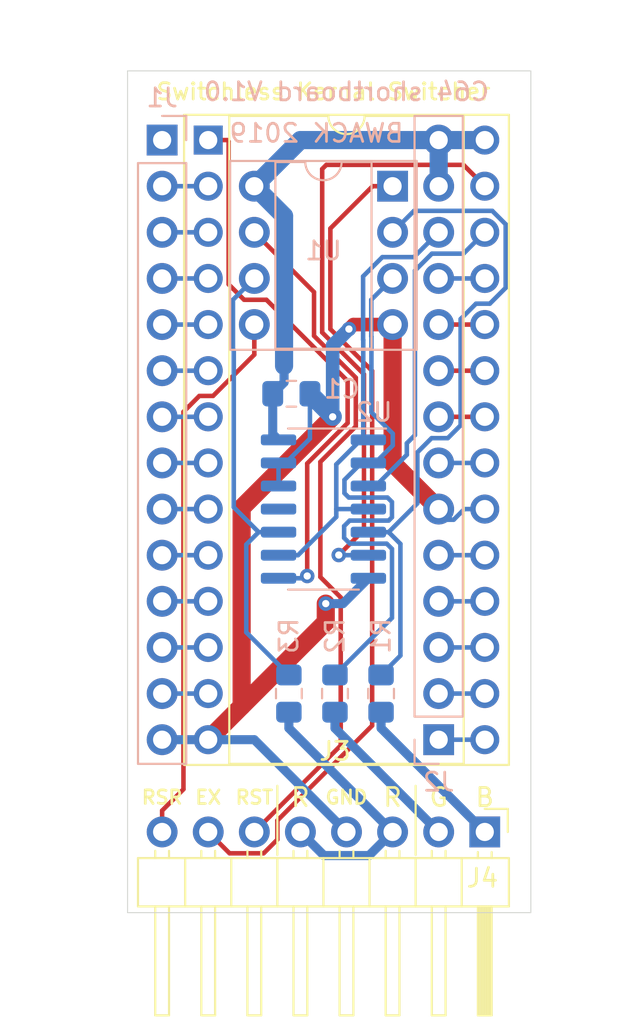
<source format=kicad_pcb>
(kicad_pcb (version 20171130) (host pcbnew "(5.1.2)-1")

  (general
    (thickness 1.6)
    (drawings 19)
    (tracks 196)
    (zones 0)
    (modules 10)
    (nets 38)
  )

  (page A4)
  (title_block
    (title "C64 Switchless Kernal Switcher - shortboard")
    (date 2019-07-18)
    (rev 1.0)
    (company Bwack)
    (comment 1 "shortboard version")
  )

  (layers
    (0 F.Cu signal)
    (31 B.Cu signal)
    (32 B.Adhes user)
    (33 F.Adhes user)
    (34 B.Paste user)
    (35 F.Paste user)
    (36 B.SilkS user)
    (37 F.SilkS user)
    (38 B.Mask user)
    (39 F.Mask user)
    (40 Dwgs.User user)
    (41 Cmts.User user)
    (42 Eco1.User user)
    (43 Eco2.User user)
    (44 Edge.Cuts user)
    (45 Margin user)
    (46 B.CrtYd user)
    (47 F.CrtYd user)
    (48 B.Fab user)
    (49 F.Fab user)
  )

  (setup
    (last_trace_width 0.25)
    (user_trace_width 0.5)
    (user_trace_width 0.75)
    (user_trace_width 1)
    (trace_clearance 0.2)
    (zone_clearance 0.508)
    (zone_45_only no)
    (trace_min 0.2)
    (via_size 0.8)
    (via_drill 0.4)
    (via_min_size 0.4)
    (via_min_drill 0.3)
    (uvia_size 0.3)
    (uvia_drill 0.1)
    (uvias_allowed no)
    (uvia_min_size 0.2)
    (uvia_min_drill 0.1)
    (edge_width 0.05)
    (segment_width 0.2)
    (pcb_text_width 0.3)
    (pcb_text_size 1.5 1.5)
    (mod_edge_width 0.12)
    (mod_text_size 1 1)
    (mod_text_width 0.15)
    (pad_size 1.6 1.6)
    (pad_drill 1)
    (pad_to_mask_clearance 0.051)
    (solder_mask_min_width 0.25)
    (aux_axis_origin 0 0)
    (visible_elements 7FFFFFFF)
    (pcbplotparams
      (layerselection 0x010fc_ffffffff)
      (usegerberextensions false)
      (usegerberattributes false)
      (usegerberadvancedattributes false)
      (creategerberjobfile false)
      (excludeedgelayer true)
      (linewidth 0.100000)
      (plotframeref false)
      (viasonmask false)
      (mode 1)
      (useauxorigin false)
      (hpglpennumber 1)
      (hpglpenspeed 20)
      (hpglpendiameter 15.000000)
      (psnegative false)
      (psa4output false)
      (plotreference true)
      (plotvalue true)
      (plotinvisibletext false)
      (padsonsilk false)
      (subtractmaskfromsilk false)
      (outputformat 1)
      (mirror false)
      (drillshape 0)
      (scaleselection 1)
      (outputdirectory "gerber"))
  )

  (net 0 "")
  (net 1 VCC)
  (net 2 GND)
  (net 3 /A13)
  (net 4 /A14)
  (net 5 /~RESTORE~)
  (net 6 /~INTRST~)
  (net 7 /~EXROM~)
  (net 8 /RED)
  (net 9 /GREEN)
  (net 10 /BLUE)
  (net 11 /D2)
  (net 12 /D1)
  (net 13 /D0)
  (net 14 /A0)
  (net 15 /A1)
  (net 16 /A2)
  (net 17 /A3)
  (net 18 /A4)
  (net 19 /A5)
  (net 20 /A6)
  (net 21 /A7)
  (net 22 /A12)
  (net 23 /D3)
  (net 24 /D4)
  (net 25 /D5)
  (net 26 /D6)
  (net 27 /D7)
  (net 28 /A10)
  (net 29 /~CS~)
  (net 30 /A11)
  (net 31 /A9)
  (net 32 /A8)
  (net 33 /~BASIC~_KERNAL)
  (net 34 /A15)
  (net 35 /MCU_A14)
  (net 36 /MCU_A13)
  (net 37 /MCU_A15)

  (net_class Default "This is the default net class."
    (clearance 0.2)
    (trace_width 0.25)
    (via_dia 0.8)
    (via_drill 0.4)
    (uvia_dia 0.3)
    (uvia_drill 0.1)
    (add_net /A0)
    (add_net /A1)
    (add_net /A10)
    (add_net /A11)
    (add_net /A12)
    (add_net /A13)
    (add_net /A14)
    (add_net /A15)
    (add_net /A2)
    (add_net /A3)
    (add_net /A4)
    (add_net /A5)
    (add_net /A6)
    (add_net /A7)
    (add_net /A8)
    (add_net /A9)
    (add_net /BLUE)
    (add_net /D0)
    (add_net /D1)
    (add_net /D2)
    (add_net /D3)
    (add_net /D4)
    (add_net /D5)
    (add_net /D6)
    (add_net /D7)
    (add_net /GREEN)
    (add_net /MCU_A13)
    (add_net /MCU_A14)
    (add_net /MCU_A15)
    (add_net /RED)
    (add_net /~BASIC~_KERNAL)
    (add_net /~CS~)
    (add_net /~EXROM~)
    (add_net /~INTRST~)
    (add_net /~RESTORE~)
    (add_net GND)
    (add_net VCC)
  )

  (module Package_DIP:DIP-8_W7.62mm_Socket (layer B.Cu) (tedit 5D305AC0) (tstamp 5D306BDE)
    (at 116.84 60.96 180)
    (descr "8-lead though-hole mounted DIP package, row spacing 7.62 mm (300 mils), Socket")
    (tags "THT DIP DIL PDIP 2.54mm 7.62mm 300mil Socket")
    (path /5D2A0255)
    (fp_text reference U1 (at 3.81 -3.556 180) (layer B.SilkS)
      (effects (font (size 1 1) (thickness 0.15)) (justify mirror))
    )
    (fp_text value ATtiny85-20PU (at 3.81 -9.95 180) (layer B.Fab)
      (effects (font (size 1 1) (thickness 0.15)) (justify mirror))
    )
    (fp_arc (start 3.81 1.33) (end 2.81 1.33) (angle 180) (layer B.SilkS) (width 0.12))
    (fp_line (start 1.635 1.27) (end 6.985 1.27) (layer B.Fab) (width 0.1))
    (fp_line (start 6.985 1.27) (end 6.985 -8.89) (layer B.Fab) (width 0.1))
    (fp_line (start 6.985 -8.89) (end 0.635 -8.89) (layer B.Fab) (width 0.1))
    (fp_line (start 0.635 -8.89) (end 0.635 0.27) (layer B.Fab) (width 0.1))
    (fp_line (start 0.635 0.27) (end 1.635 1.27) (layer B.Fab) (width 0.1))
    (fp_line (start -1.27 1.33) (end -1.27 -8.95) (layer B.Fab) (width 0.1))
    (fp_line (start -1.27 -8.95) (end 8.89 -8.95) (layer B.Fab) (width 0.1))
    (fp_line (start 8.89 -8.95) (end 8.89 1.33) (layer B.Fab) (width 0.1))
    (fp_line (start 8.89 1.33) (end -1.27 1.33) (layer B.Fab) (width 0.1))
    (fp_line (start 2.81 1.33) (end 1.16 1.33) (layer B.SilkS) (width 0.12))
    (fp_line (start 1.16 1.33) (end 1.16 -8.95) (layer B.SilkS) (width 0.12))
    (fp_line (start 1.16 -8.95) (end 6.46 -8.95) (layer B.SilkS) (width 0.12))
    (fp_line (start 6.46 -8.95) (end 6.46 1.33) (layer B.SilkS) (width 0.12))
    (fp_line (start 6.46 1.33) (end 4.81 1.33) (layer B.SilkS) (width 0.12))
    (fp_line (start -1.33 1.39) (end -1.33 -9.01) (layer B.SilkS) (width 0.12))
    (fp_line (start -1.33 -9.01) (end 8.95 -9.01) (layer B.SilkS) (width 0.12))
    (fp_line (start 8.95 -9.01) (end 8.95 1.39) (layer B.SilkS) (width 0.12))
    (fp_line (start 8.95 1.39) (end -1.33 1.39) (layer B.SilkS) (width 0.12))
    (fp_line (start -1.55 1.6) (end -1.55 -9.2) (layer B.CrtYd) (width 0.05))
    (fp_line (start -1.55 -9.2) (end 9.15 -9.2) (layer B.CrtYd) (width 0.05))
    (fp_line (start 9.15 -9.2) (end 9.15 1.6) (layer B.CrtYd) (width 0.05))
    (fp_line (start 9.15 1.6) (end -1.55 1.6) (layer B.CrtYd) (width 0.05))
    (fp_text user %R (at 3.81 -3.81 180) (layer B.Fab)
      (effects (font (size 1 1) (thickness 0.15)) (justify mirror))
    )
    (pad 1 thru_hole rect (at 0 0 180) (size 1.7 1.7) (drill 1) (layers *.Cu *.Mask)
      (net 7 /~EXROM~))
    (pad 5 thru_hole oval (at 7.62 -7.62 180) (size 1.7 1.7) (drill 1) (layers *.Cu *.Mask)
      (net 5 /~RESTORE~))
    (pad 2 thru_hole oval (at 0 -2.54 180) (size 1.7 1.7) (drill 1) (layers *.Cu *.Mask)
      (net 35 /MCU_A14))
    (pad 6 thru_hole oval (at 7.62 -5.08 180) (size 1.7 1.7) (drill 1) (layers *.Cu *.Mask)
      (net 37 /MCU_A15))
    (pad 3 thru_hole oval (at 0 -5.08 180) (size 1.7 1.7) (drill 1) (layers *.Cu *.Mask)
      (net 36 /MCU_A13))
    (pad 7 thru_hole oval (at 7.62 -2.54 180) (size 1.7 1.7) (drill 1) (layers *.Cu *.Mask)
      (net 6 /~INTRST~))
    (pad 4 thru_hole oval (at 0 -7.62 180) (size 1.7 1.7) (drill 1) (layers *.Cu *.Mask)
      (net 2 GND))
    (pad 8 thru_hole oval (at 7.62 0 180) (size 1.7 1.7) (drill 1) (layers *.Cu *.Mask)
      (net 1 VCC))
    (model ${KISYS3DMOD}/Package_DIP.3dshapes/DIP-8_W7.62mm_Socket.wrl
      (at (xyz 0 0 0))
      (scale (xyz 1 1 1))
      (rotate (xyz 0 0 0))
    )
  )

  (module Package_DIP:DIP-28_W15.24mm_Socket (layer F.Cu) (tedit 5D29E152) (tstamp 5D3051EF)
    (at 106.68 58.42)
    (descr "28-lead though-hole mounted DIP package, row spacing 15.24 mm (600 mils), Socket")
    (tags "THT DIP DIL PDIP 2.54mm 15.24mm 600mil Socket")
    (path /5D2A3953)
    (fp_text reference J3 (at 6.985 33.655) (layer F.SilkS)
      (effects (font (size 1 1) (thickness 0.15)))
    )
    (fp_text value 27C256/512_28PDIP (at 6.477 33.02) (layer F.Fab)
      (effects (font (size 1 1) (thickness 0.15)))
    )
    (fp_arc (start 7.62 -1.33) (end 6.62 -1.33) (angle -180) (layer F.SilkS) (width 0.12))
    (fp_line (start 1.255 -1.27) (end 14.985 -1.27) (layer F.Fab) (width 0.1))
    (fp_line (start 14.985 -1.27) (end 14.985 34.29) (layer F.Fab) (width 0.1))
    (fp_line (start 14.985 34.29) (end 0.255 34.29) (layer F.Fab) (width 0.1))
    (fp_line (start 0.255 34.29) (end 0.255 -0.27) (layer F.Fab) (width 0.1))
    (fp_line (start 0.255 -0.27) (end 1.255 -1.27) (layer F.Fab) (width 0.1))
    (fp_line (start -1.27 -1.33) (end -1.27 34.35) (layer F.Fab) (width 0.1))
    (fp_line (start -1.27 34.35) (end 16.51 34.35) (layer F.Fab) (width 0.1))
    (fp_line (start 16.51 34.35) (end 16.51 -1.33) (layer F.Fab) (width 0.1))
    (fp_line (start 16.51 -1.33) (end -1.27 -1.33) (layer F.Fab) (width 0.1))
    (fp_line (start 6.62 -1.33) (end 1.16 -1.33) (layer F.SilkS) (width 0.12))
    (fp_line (start 1.16 -1.33) (end 1.16 34.35) (layer F.SilkS) (width 0.12))
    (fp_line (start 1.16 34.35) (end 14.08 34.35) (layer F.SilkS) (width 0.12))
    (fp_line (start 14.08 34.35) (end 14.08 -1.33) (layer F.SilkS) (width 0.12))
    (fp_line (start 14.08 -1.33) (end 8.62 -1.33) (layer F.SilkS) (width 0.12))
    (fp_line (start -1.33 -1.39) (end -1.33 34.41) (layer F.SilkS) (width 0.12))
    (fp_line (start -1.33 34.41) (end 16.57 34.41) (layer F.SilkS) (width 0.12))
    (fp_line (start 16.57 34.41) (end 16.57 -1.39) (layer F.SilkS) (width 0.12))
    (fp_line (start 16.57 -1.39) (end -1.33 -1.39) (layer F.SilkS) (width 0.12))
    (fp_line (start -1.55 -1.6) (end -1.55 34.65) (layer F.CrtYd) (width 0.05))
    (fp_line (start -1.55 34.65) (end 16.8 34.65) (layer F.CrtYd) (width 0.05))
    (fp_line (start 16.8 34.65) (end 16.8 -1.6) (layer F.CrtYd) (width 0.05))
    (fp_line (start 16.8 -1.6) (end -1.55 -1.6) (layer F.CrtYd) (width 0.05))
    (fp_text user %R (at 7.62 16.51) (layer F.Fab)
      (effects (font (size 1 1) (thickness 0.15)))
    )
    (pad 1 thru_hole rect (at 0 0) (size 1.6 1.6) (drill 1) (layers *.Cu *.Mask)
      (net 34 /A15))
    (pad 15 thru_hole oval (at 15.24 33.02) (size 1.6 1.6) (drill 1) (layers *.Cu *.Mask)
      (net 23 /D3))
    (pad 2 thru_hole oval (at 0 2.54) (size 1.6 1.6) (drill 1) (layers *.Cu *.Mask)
      (net 22 /A12))
    (pad 16 thru_hole oval (at 15.24 30.48) (size 1.6 1.6) (drill 1) (layers *.Cu *.Mask)
      (net 24 /D4))
    (pad 3 thru_hole oval (at 0 5.08) (size 1.6 1.6) (drill 1) (layers *.Cu *.Mask)
      (net 21 /A7))
    (pad 17 thru_hole oval (at 15.24 27.94) (size 1.6 1.6) (drill 1) (layers *.Cu *.Mask)
      (net 25 /D5))
    (pad 4 thru_hole oval (at 0 7.62) (size 1.6 1.6) (drill 1) (layers *.Cu *.Mask)
      (net 20 /A6))
    (pad 18 thru_hole oval (at 15.24 25.4) (size 1.6 1.6) (drill 1) (layers *.Cu *.Mask)
      (net 26 /D6))
    (pad 5 thru_hole oval (at 0 10.16) (size 1.6 1.6) (drill 1) (layers *.Cu *.Mask)
      (net 19 /A5))
    (pad 19 thru_hole oval (at 15.24 22.86) (size 1.6 1.6) (drill 1) (layers *.Cu *.Mask)
      (net 27 /D7))
    (pad 6 thru_hole oval (at 0 12.7) (size 1.6 1.6) (drill 1) (layers *.Cu *.Mask)
      (net 18 /A4))
    (pad 20 thru_hole oval (at 15.24 20.32) (size 1.6 1.6) (drill 1) (layers *.Cu *.Mask)
      (net 2 GND))
    (pad 7 thru_hole oval (at 0 15.24) (size 1.6 1.6) (drill 1) (layers *.Cu *.Mask)
      (net 17 /A3))
    (pad 21 thru_hole oval (at 15.24 17.78) (size 1.6 1.6) (drill 1) (layers *.Cu *.Mask)
      (net 28 /A10))
    (pad 8 thru_hole oval (at 0 17.78) (size 1.6 1.6) (drill 1) (layers *.Cu *.Mask)
      (net 16 /A2))
    (pad 22 thru_hole oval (at 15.24 15.24) (size 1.6 1.6) (drill 1) (layers *.Cu *.Mask)
      (net 29 /~CS~))
    (pad 9 thru_hole oval (at 0 20.32) (size 1.6 1.6) (drill 1) (layers *.Cu *.Mask)
      (net 15 /A1))
    (pad 23 thru_hole oval (at 15.24 12.7) (size 1.6 1.6) (drill 1) (layers *.Cu *.Mask)
      (net 30 /A11))
    (pad 10 thru_hole oval (at 0 22.86) (size 1.6 1.6) (drill 1) (layers *.Cu *.Mask)
      (net 14 /A0))
    (pad 24 thru_hole oval (at 15.24 10.16) (size 1.6 1.6) (drill 1) (layers *.Cu *.Mask)
      (net 31 /A9))
    (pad 11 thru_hole oval (at 0 25.4) (size 1.6 1.6) (drill 1) (layers *.Cu *.Mask)
      (net 13 /D0))
    (pad 25 thru_hole oval (at 15.24 7.62) (size 1.6 1.6) (drill 1) (layers *.Cu *.Mask)
      (net 32 /A8))
    (pad 12 thru_hole oval (at 0 27.94) (size 1.6 1.6) (drill 1) (layers *.Cu *.Mask)
      (net 12 /D1))
    (pad 26 thru_hole oval (at 15.24 5.08) (size 1.6 1.6) (drill 1) (layers *.Cu *.Mask)
      (net 3 /A13))
    (pad 13 thru_hole oval (at 0 30.48) (size 1.6 1.6) (drill 1) (layers *.Cu *.Mask)
      (net 11 /D2))
    (pad 27 thru_hole oval (at 15.24 2.54) (size 1.6 1.6) (drill 1) (layers *.Cu *.Mask)
      (net 4 /A14))
    (pad 14 thru_hole oval (at 0 33.02) (size 1.6 1.6) (drill 1) (layers *.Cu *.Mask)
      (net 2 GND))
    (pad 28 thru_hole oval (at 15.24 0) (size 1.6 1.6) (drill 1) (layers *.Cu *.Mask)
      (net 1 VCC))
    (model ${KISYS3DMOD}/Package_DIP.3dshapes/DIP-28_W15.24mm_Socket.wrl
      (at (xyz 0 0 0))
      (scale (xyz 1 1 1))
      (rotate (xyz 0 0 0))
    )
  )

  (module Connector_PinHeader_2.54mm:PinHeader_1x08_P2.54mm_Horizontal (layer F.Cu) (tedit 59FED5CB) (tstamp 5D284F85)
    (at 121.92 96.52 270)
    (descr "Through hole angled pin header, 1x08, 2.54mm pitch, 6mm pin length, single row")
    (tags "Through hole angled pin header THT 1x08 2.54mm single row")
    (path /5D2EA50E)
    (fp_text reference J4 (at 2.54 0.127 180) (layer F.SilkS)
      (effects (font (size 1 1) (thickness 0.15)))
    )
    (fp_text value Wireconnections (at 4.385 20.05 90) (layer F.Fab)
      (effects (font (size 1 1) (thickness 0.15)))
    )
    (fp_line (start 2.135 -1.27) (end 4.04 -1.27) (layer F.Fab) (width 0.1))
    (fp_line (start 4.04 -1.27) (end 4.04 19.05) (layer F.Fab) (width 0.1))
    (fp_line (start 4.04 19.05) (end 1.5 19.05) (layer F.Fab) (width 0.1))
    (fp_line (start 1.5 19.05) (end 1.5 -0.635) (layer F.Fab) (width 0.1))
    (fp_line (start 1.5 -0.635) (end 2.135 -1.27) (layer F.Fab) (width 0.1))
    (fp_line (start -0.32 -0.32) (end 1.5 -0.32) (layer F.Fab) (width 0.1))
    (fp_line (start -0.32 -0.32) (end -0.32 0.32) (layer F.Fab) (width 0.1))
    (fp_line (start -0.32 0.32) (end 1.5 0.32) (layer F.Fab) (width 0.1))
    (fp_line (start 4.04 -0.32) (end 10.04 -0.32) (layer F.Fab) (width 0.1))
    (fp_line (start 10.04 -0.32) (end 10.04 0.32) (layer F.Fab) (width 0.1))
    (fp_line (start 4.04 0.32) (end 10.04 0.32) (layer F.Fab) (width 0.1))
    (fp_line (start -0.32 2.22) (end 1.5 2.22) (layer F.Fab) (width 0.1))
    (fp_line (start -0.32 2.22) (end -0.32 2.86) (layer F.Fab) (width 0.1))
    (fp_line (start -0.32 2.86) (end 1.5 2.86) (layer F.Fab) (width 0.1))
    (fp_line (start 4.04 2.22) (end 10.04 2.22) (layer F.Fab) (width 0.1))
    (fp_line (start 10.04 2.22) (end 10.04 2.86) (layer F.Fab) (width 0.1))
    (fp_line (start 4.04 2.86) (end 10.04 2.86) (layer F.Fab) (width 0.1))
    (fp_line (start -0.32 4.76) (end 1.5 4.76) (layer F.Fab) (width 0.1))
    (fp_line (start -0.32 4.76) (end -0.32 5.4) (layer F.Fab) (width 0.1))
    (fp_line (start -0.32 5.4) (end 1.5 5.4) (layer F.Fab) (width 0.1))
    (fp_line (start 4.04 4.76) (end 10.04 4.76) (layer F.Fab) (width 0.1))
    (fp_line (start 10.04 4.76) (end 10.04 5.4) (layer F.Fab) (width 0.1))
    (fp_line (start 4.04 5.4) (end 10.04 5.4) (layer F.Fab) (width 0.1))
    (fp_line (start -0.32 7.3) (end 1.5 7.3) (layer F.Fab) (width 0.1))
    (fp_line (start -0.32 7.3) (end -0.32 7.94) (layer F.Fab) (width 0.1))
    (fp_line (start -0.32 7.94) (end 1.5 7.94) (layer F.Fab) (width 0.1))
    (fp_line (start 4.04 7.3) (end 10.04 7.3) (layer F.Fab) (width 0.1))
    (fp_line (start 10.04 7.3) (end 10.04 7.94) (layer F.Fab) (width 0.1))
    (fp_line (start 4.04 7.94) (end 10.04 7.94) (layer F.Fab) (width 0.1))
    (fp_line (start -0.32 9.84) (end 1.5 9.84) (layer F.Fab) (width 0.1))
    (fp_line (start -0.32 9.84) (end -0.32 10.48) (layer F.Fab) (width 0.1))
    (fp_line (start -0.32 10.48) (end 1.5 10.48) (layer F.Fab) (width 0.1))
    (fp_line (start 4.04 9.84) (end 10.04 9.84) (layer F.Fab) (width 0.1))
    (fp_line (start 10.04 9.84) (end 10.04 10.48) (layer F.Fab) (width 0.1))
    (fp_line (start 4.04 10.48) (end 10.04 10.48) (layer F.Fab) (width 0.1))
    (fp_line (start -0.32 12.38) (end 1.5 12.38) (layer F.Fab) (width 0.1))
    (fp_line (start -0.32 12.38) (end -0.32 13.02) (layer F.Fab) (width 0.1))
    (fp_line (start -0.32 13.02) (end 1.5 13.02) (layer F.Fab) (width 0.1))
    (fp_line (start 4.04 12.38) (end 10.04 12.38) (layer F.Fab) (width 0.1))
    (fp_line (start 10.04 12.38) (end 10.04 13.02) (layer F.Fab) (width 0.1))
    (fp_line (start 4.04 13.02) (end 10.04 13.02) (layer F.Fab) (width 0.1))
    (fp_line (start -0.32 14.92) (end 1.5 14.92) (layer F.Fab) (width 0.1))
    (fp_line (start -0.32 14.92) (end -0.32 15.56) (layer F.Fab) (width 0.1))
    (fp_line (start -0.32 15.56) (end 1.5 15.56) (layer F.Fab) (width 0.1))
    (fp_line (start 4.04 14.92) (end 10.04 14.92) (layer F.Fab) (width 0.1))
    (fp_line (start 10.04 14.92) (end 10.04 15.56) (layer F.Fab) (width 0.1))
    (fp_line (start 4.04 15.56) (end 10.04 15.56) (layer F.Fab) (width 0.1))
    (fp_line (start -0.32 17.46) (end 1.5 17.46) (layer F.Fab) (width 0.1))
    (fp_line (start -0.32 17.46) (end -0.32 18.1) (layer F.Fab) (width 0.1))
    (fp_line (start -0.32 18.1) (end 1.5 18.1) (layer F.Fab) (width 0.1))
    (fp_line (start 4.04 17.46) (end 10.04 17.46) (layer F.Fab) (width 0.1))
    (fp_line (start 10.04 17.46) (end 10.04 18.1) (layer F.Fab) (width 0.1))
    (fp_line (start 4.04 18.1) (end 10.04 18.1) (layer F.Fab) (width 0.1))
    (fp_line (start 1.44 -1.33) (end 1.44 19.11) (layer F.SilkS) (width 0.12))
    (fp_line (start 1.44 19.11) (end 4.1 19.11) (layer F.SilkS) (width 0.12))
    (fp_line (start 4.1 19.11) (end 4.1 -1.33) (layer F.SilkS) (width 0.12))
    (fp_line (start 4.1 -1.33) (end 1.44 -1.33) (layer F.SilkS) (width 0.12))
    (fp_line (start 4.1 -0.38) (end 10.1 -0.38) (layer F.SilkS) (width 0.12))
    (fp_line (start 10.1 -0.38) (end 10.1 0.38) (layer F.SilkS) (width 0.12))
    (fp_line (start 10.1 0.38) (end 4.1 0.38) (layer F.SilkS) (width 0.12))
    (fp_line (start 4.1 -0.32) (end 10.1 -0.32) (layer F.SilkS) (width 0.12))
    (fp_line (start 4.1 -0.2) (end 10.1 -0.2) (layer F.SilkS) (width 0.12))
    (fp_line (start 4.1 -0.08) (end 10.1 -0.08) (layer F.SilkS) (width 0.12))
    (fp_line (start 4.1 0.04) (end 10.1 0.04) (layer F.SilkS) (width 0.12))
    (fp_line (start 4.1 0.16) (end 10.1 0.16) (layer F.SilkS) (width 0.12))
    (fp_line (start 4.1 0.28) (end 10.1 0.28) (layer F.SilkS) (width 0.12))
    (fp_line (start 1.11 -0.38) (end 1.44 -0.38) (layer F.SilkS) (width 0.12))
    (fp_line (start 1.11 0.38) (end 1.44 0.38) (layer F.SilkS) (width 0.12))
    (fp_line (start 1.44 1.27) (end 4.1 1.27) (layer F.SilkS) (width 0.12))
    (fp_line (start 4.1 2.16) (end 10.1 2.16) (layer F.SilkS) (width 0.12))
    (fp_line (start 10.1 2.16) (end 10.1 2.92) (layer F.SilkS) (width 0.12))
    (fp_line (start 10.1 2.92) (end 4.1 2.92) (layer F.SilkS) (width 0.12))
    (fp_line (start 1.042929 2.16) (end 1.44 2.16) (layer F.SilkS) (width 0.12))
    (fp_line (start 1.042929 2.92) (end 1.44 2.92) (layer F.SilkS) (width 0.12))
    (fp_line (start 1.44 3.81) (end 4.1 3.81) (layer F.SilkS) (width 0.12))
    (fp_line (start 4.1 4.7) (end 10.1 4.7) (layer F.SilkS) (width 0.12))
    (fp_line (start 10.1 4.7) (end 10.1 5.46) (layer F.SilkS) (width 0.12))
    (fp_line (start 10.1 5.46) (end 4.1 5.46) (layer F.SilkS) (width 0.12))
    (fp_line (start 1.042929 4.7) (end 1.44 4.7) (layer F.SilkS) (width 0.12))
    (fp_line (start 1.042929 5.46) (end 1.44 5.46) (layer F.SilkS) (width 0.12))
    (fp_line (start 1.44 6.35) (end 4.1 6.35) (layer F.SilkS) (width 0.12))
    (fp_line (start 4.1 7.24) (end 10.1 7.24) (layer F.SilkS) (width 0.12))
    (fp_line (start 10.1 7.24) (end 10.1 8) (layer F.SilkS) (width 0.12))
    (fp_line (start 10.1 8) (end 4.1 8) (layer F.SilkS) (width 0.12))
    (fp_line (start 1.042929 7.24) (end 1.44 7.24) (layer F.SilkS) (width 0.12))
    (fp_line (start 1.042929 8) (end 1.44 8) (layer F.SilkS) (width 0.12))
    (fp_line (start 1.44 8.89) (end 4.1 8.89) (layer F.SilkS) (width 0.12))
    (fp_line (start 4.1 9.78) (end 10.1 9.78) (layer F.SilkS) (width 0.12))
    (fp_line (start 10.1 9.78) (end 10.1 10.54) (layer F.SilkS) (width 0.12))
    (fp_line (start 10.1 10.54) (end 4.1 10.54) (layer F.SilkS) (width 0.12))
    (fp_line (start 1.042929 9.78) (end 1.44 9.78) (layer F.SilkS) (width 0.12))
    (fp_line (start 1.042929 10.54) (end 1.44 10.54) (layer F.SilkS) (width 0.12))
    (fp_line (start 1.44 11.43) (end 4.1 11.43) (layer F.SilkS) (width 0.12))
    (fp_line (start 4.1 12.32) (end 10.1 12.32) (layer F.SilkS) (width 0.12))
    (fp_line (start 10.1 12.32) (end 10.1 13.08) (layer F.SilkS) (width 0.12))
    (fp_line (start 10.1 13.08) (end 4.1 13.08) (layer F.SilkS) (width 0.12))
    (fp_line (start 1.042929 12.32) (end 1.44 12.32) (layer F.SilkS) (width 0.12))
    (fp_line (start 1.042929 13.08) (end 1.44 13.08) (layer F.SilkS) (width 0.12))
    (fp_line (start 1.44 13.97) (end 4.1 13.97) (layer F.SilkS) (width 0.12))
    (fp_line (start 4.1 14.86) (end 10.1 14.86) (layer F.SilkS) (width 0.12))
    (fp_line (start 10.1 14.86) (end 10.1 15.62) (layer F.SilkS) (width 0.12))
    (fp_line (start 10.1 15.62) (end 4.1 15.62) (layer F.SilkS) (width 0.12))
    (fp_line (start 1.042929 14.86) (end 1.44 14.86) (layer F.SilkS) (width 0.12))
    (fp_line (start 1.042929 15.62) (end 1.44 15.62) (layer F.SilkS) (width 0.12))
    (fp_line (start 1.44 16.51) (end 4.1 16.51) (layer F.SilkS) (width 0.12))
    (fp_line (start 4.1 17.4) (end 10.1 17.4) (layer F.SilkS) (width 0.12))
    (fp_line (start 10.1 17.4) (end 10.1 18.16) (layer F.SilkS) (width 0.12))
    (fp_line (start 10.1 18.16) (end 4.1 18.16) (layer F.SilkS) (width 0.12))
    (fp_line (start 1.042929 17.4) (end 1.44 17.4) (layer F.SilkS) (width 0.12))
    (fp_line (start 1.042929 18.16) (end 1.44 18.16) (layer F.SilkS) (width 0.12))
    (fp_line (start -1.27 0) (end -1.27 -1.27) (layer F.SilkS) (width 0.12))
    (fp_line (start -1.27 -1.27) (end 0 -1.27) (layer F.SilkS) (width 0.12))
    (fp_line (start -1.8 -1.8) (end -1.8 19.55) (layer F.CrtYd) (width 0.05))
    (fp_line (start -1.8 19.55) (end 10.55 19.55) (layer F.CrtYd) (width 0.05))
    (fp_line (start 10.55 19.55) (end 10.55 -1.8) (layer F.CrtYd) (width 0.05))
    (fp_line (start 10.55 -1.8) (end -1.8 -1.8) (layer F.CrtYd) (width 0.05))
    (fp_text user %R (at 2.77 8.89) (layer F.Fab)
      (effects (font (size 1 1) (thickness 0.15)))
    )
    (pad 1 thru_hole rect (at 0 0 270) (size 1.7 1.7) (drill 1) (layers *.Cu *.Mask)
      (net 10 /BLUE))
    (pad 2 thru_hole oval (at 0 2.54 270) (size 1.7 1.7) (drill 1) (layers *.Cu *.Mask)
      (net 9 /GREEN))
    (pad 3 thru_hole oval (at 0 5.08 270) (size 1.7 1.7) (drill 1) (layers *.Cu *.Mask)
      (net 8 /RED))
    (pad 4 thru_hole oval (at 0 7.62 270) (size 1.7 1.7) (drill 1) (layers *.Cu *.Mask)
      (net 2 GND))
    (pad 5 thru_hole oval (at 0 10.16 270) (size 1.7 1.7) (drill 1) (layers *.Cu *.Mask)
      (net 8 /RED))
    (pad 6 thru_hole oval (at 0 12.7 270) (size 1.7 1.7) (drill 1) (layers *.Cu *.Mask)
      (net 6 /~INTRST~))
    (pad 7 thru_hole oval (at 0 15.24 270) (size 1.7 1.7) (drill 1) (layers *.Cu *.Mask)
      (net 7 /~EXROM~))
    (pad 8 thru_hole oval (at 0 17.78 270) (size 1.7 1.7) (drill 1) (layers *.Cu *.Mask)
      (net 5 /~RESTORE~))
    (model ${KISYS3DMOD}/Connector_PinHeader_2.54mm.3dshapes/PinHeader_1x08_P2.54mm_Horizontal.wrl
      (at (xyz 0 0 0))
      (scale (xyz 1 1 1))
      (rotate (xyz 0 0 0))
    )
  )

  (module Connector_PinHeader_2.54mm:PinHeader_1x14_P2.54mm_Vertical (layer B.Cu) (tedit 59FED5CC) (tstamp 5D2FBB91)
    (at 104.14 58.42 180)
    (descr "Through hole straight pin header, 1x14, 2.54mm pitch, single row")
    (tags "Through hole pin header THT 1x14 2.54mm single row")
    (path /5D311F83)
    (fp_text reference J1 (at 0 2.33) (layer B.SilkS)
      (effects (font (size 1 1) (thickness 0.15)) (justify mirror))
    )
    (fp_text value 01x14_precision_pinlist (at 0 -35.35) (layer B.Fab)
      (effects (font (size 1 1) (thickness 0.15)) (justify mirror))
    )
    (fp_text user %R (at 0 -16.51 270) (layer B.Fab)
      (effects (font (size 1 1) (thickness 0.15)) (justify mirror))
    )
    (fp_line (start 1.8 1.8) (end -1.8 1.8) (layer B.CrtYd) (width 0.05))
    (fp_line (start 1.8 -34.8) (end 1.8 1.8) (layer B.CrtYd) (width 0.05))
    (fp_line (start -1.8 -34.8) (end 1.8 -34.8) (layer B.CrtYd) (width 0.05))
    (fp_line (start -1.8 1.8) (end -1.8 -34.8) (layer B.CrtYd) (width 0.05))
    (fp_line (start -1.33 1.33) (end 0 1.33) (layer B.SilkS) (width 0.12))
    (fp_line (start -1.33 0) (end -1.33 1.33) (layer B.SilkS) (width 0.12))
    (fp_line (start -1.33 -1.27) (end 1.33 -1.27) (layer B.SilkS) (width 0.12))
    (fp_line (start 1.33 -1.27) (end 1.33 -34.35) (layer B.SilkS) (width 0.12))
    (fp_line (start -1.33 -1.27) (end -1.33 -34.35) (layer B.SilkS) (width 0.12))
    (fp_line (start -1.33 -34.35) (end 1.33 -34.35) (layer B.SilkS) (width 0.12))
    (fp_line (start -1.27 0.635) (end -0.635 1.27) (layer B.Fab) (width 0.1))
    (fp_line (start -1.27 -34.29) (end -1.27 0.635) (layer B.Fab) (width 0.1))
    (fp_line (start 1.27 -34.29) (end -1.27 -34.29) (layer B.Fab) (width 0.1))
    (fp_line (start 1.27 1.27) (end 1.27 -34.29) (layer B.Fab) (width 0.1))
    (fp_line (start -0.635 1.27) (end 1.27 1.27) (layer B.Fab) (width 0.1))
    (pad 14 thru_hole oval (at 0 -33.02 180) (size 1.7 1.7) (drill 1) (layers *.Cu *.Mask)
      (net 2 GND))
    (pad 13 thru_hole oval (at 0 -30.48 180) (size 1.7 1.7) (drill 1) (layers *.Cu *.Mask)
      (net 11 /D2))
    (pad 12 thru_hole oval (at 0 -27.94 180) (size 1.7 1.7) (drill 1) (layers *.Cu *.Mask)
      (net 12 /D1))
    (pad 11 thru_hole oval (at 0 -25.4 180) (size 1.7 1.7) (drill 1) (layers *.Cu *.Mask)
      (net 13 /D0))
    (pad 10 thru_hole oval (at 0 -22.86 180) (size 1.7 1.7) (drill 1) (layers *.Cu *.Mask)
      (net 14 /A0))
    (pad 9 thru_hole oval (at 0 -20.32 180) (size 1.7 1.7) (drill 1) (layers *.Cu *.Mask)
      (net 15 /A1))
    (pad 8 thru_hole oval (at 0 -17.78 180) (size 1.7 1.7) (drill 1) (layers *.Cu *.Mask)
      (net 16 /A2))
    (pad 7 thru_hole oval (at 0 -15.24 180) (size 1.7 1.7) (drill 1) (layers *.Cu *.Mask)
      (net 17 /A3))
    (pad 6 thru_hole oval (at 0 -12.7 180) (size 1.7 1.7) (drill 1) (layers *.Cu *.Mask)
      (net 18 /A4))
    (pad 5 thru_hole oval (at 0 -10.16 180) (size 1.7 1.7) (drill 1) (layers *.Cu *.Mask)
      (net 19 /A5))
    (pad 4 thru_hole oval (at 0 -7.62 180) (size 1.7 1.7) (drill 1) (layers *.Cu *.Mask)
      (net 20 /A6))
    (pad 3 thru_hole oval (at 0 -5.08 180) (size 1.7 1.7) (drill 1) (layers *.Cu *.Mask)
      (net 21 /A7))
    (pad 2 thru_hole oval (at 0 -2.54 180) (size 1.7 1.7) (drill 1) (layers *.Cu *.Mask)
      (net 22 /A12))
    (pad 1 thru_hole rect (at 0 0 180) (size 1.7 1.7) (drill 1) (layers *.Cu *.Mask))
    (model ${KISYS3DMOD}/Connector_PinHeader_2.54mm.3dshapes/PinHeader_1x14_P2.54mm_Vertical.wrl
      (at (xyz 0 0 0))
      (scale (xyz 1 1 1))
      (rotate (xyz 0 0 0))
    )
  )

  (module Connector_PinHeader_2.54mm:PinHeader_1x14_P2.54mm_Vertical (layer B.Cu) (tedit 59FED5CC) (tstamp 5D2FBBB3)
    (at 119.38 91.44)
    (descr "Through hole straight pin header, 1x14, 2.54mm pitch, single row")
    (tags "Through hole pin header THT 1x14 2.54mm single row")
    (path /5D3068AD)
    (fp_text reference J2 (at 0 2.33) (layer B.SilkS)
      (effects (font (size 1 1) (thickness 0.15)) (justify mirror))
    )
    (fp_text value 01x14_precision_pinlist (at 0 -35.35) (layer B.Fab)
      (effects (font (size 1 1) (thickness 0.15)) (justify mirror))
    )
    (fp_line (start -0.635 1.27) (end 1.27 1.27) (layer B.Fab) (width 0.1))
    (fp_line (start 1.27 1.27) (end 1.27 -34.29) (layer B.Fab) (width 0.1))
    (fp_line (start 1.27 -34.29) (end -1.27 -34.29) (layer B.Fab) (width 0.1))
    (fp_line (start -1.27 -34.29) (end -1.27 0.635) (layer B.Fab) (width 0.1))
    (fp_line (start -1.27 0.635) (end -0.635 1.27) (layer B.Fab) (width 0.1))
    (fp_line (start -1.33 -34.35) (end 1.33 -34.35) (layer B.SilkS) (width 0.12))
    (fp_line (start -1.33 -1.27) (end -1.33 -34.35) (layer B.SilkS) (width 0.12))
    (fp_line (start 1.33 -1.27) (end 1.33 -34.35) (layer B.SilkS) (width 0.12))
    (fp_line (start -1.33 -1.27) (end 1.33 -1.27) (layer B.SilkS) (width 0.12))
    (fp_line (start -1.33 0) (end -1.33 1.33) (layer B.SilkS) (width 0.12))
    (fp_line (start -1.33 1.33) (end 0 1.33) (layer B.SilkS) (width 0.12))
    (fp_line (start -1.8 1.8) (end -1.8 -34.8) (layer B.CrtYd) (width 0.05))
    (fp_line (start -1.8 -34.8) (end 1.8 -34.8) (layer B.CrtYd) (width 0.05))
    (fp_line (start 1.8 -34.8) (end 1.8 1.8) (layer B.CrtYd) (width 0.05))
    (fp_line (start 1.8 1.8) (end -1.8 1.8) (layer B.CrtYd) (width 0.05))
    (fp_text user %R (at 0 -16.51 180) (layer B.Fab)
      (effects (font (size 1 1) (thickness 0.15)) (justify mirror))
    )
    (pad 1 thru_hole rect (at 0 0) (size 1.7 1.7) (drill 1) (layers *.Cu *.Mask)
      (net 23 /D3))
    (pad 2 thru_hole oval (at 0 -2.54) (size 1.7 1.7) (drill 1) (layers *.Cu *.Mask)
      (net 24 /D4))
    (pad 3 thru_hole oval (at 0 -5.08) (size 1.7 1.7) (drill 1) (layers *.Cu *.Mask)
      (net 25 /D5))
    (pad 4 thru_hole oval (at 0 -7.62) (size 1.7 1.7) (drill 1) (layers *.Cu *.Mask)
      (net 26 /D6))
    (pad 5 thru_hole oval (at 0 -10.16) (size 1.7 1.7) (drill 1) (layers *.Cu *.Mask)
      (net 27 /D7))
    (pad 6 thru_hole oval (at 0 -12.7) (size 1.7 1.7) (drill 1) (layers *.Cu *.Mask)
      (net 2 GND))
    (pad 7 thru_hole oval (at 0 -15.24) (size 1.7 1.7) (drill 1) (layers *.Cu *.Mask)
      (net 28 /A10))
    (pad 8 thru_hole oval (at 0 -17.78) (size 1.7 1.7) (drill 1) (layers *.Cu *.Mask)
      (net 29 /~CS~))
    (pad 9 thru_hole oval (at 0 -20.32) (size 1.7 1.7) (drill 1) (layers *.Cu *.Mask)
      (net 30 /A11))
    (pad 10 thru_hole oval (at 0 -22.86) (size 1.7 1.7) (drill 1) (layers *.Cu *.Mask)
      (net 31 /A9))
    (pad 11 thru_hole oval (at 0 -25.4) (size 1.7 1.7) (drill 1) (layers *.Cu *.Mask)
      (net 32 /A8))
    (pad 12 thru_hole oval (at 0 -27.94) (size 1.7 1.7) (drill 1) (layers *.Cu *.Mask)
      (net 33 /~BASIC~_KERNAL))
    (pad 13 thru_hole oval (at 0 -30.48) (size 1.7 1.7) (drill 1) (layers *.Cu *.Mask)
      (net 1 VCC))
    (pad 14 thru_hole oval (at 0 -33.02) (size 1.7 1.7) (drill 1) (layers *.Cu *.Mask)
      (net 1 VCC))
    (model ${KISYS3DMOD}/Connector_PinHeader_2.54mm.3dshapes/PinHeader_1x14_P2.54mm_Vertical.wrl
      (at (xyz 0 0 0))
      (scale (xyz 1 1 1))
      (rotate (xyz 0 0 0))
    )
  )

  (module Package_SO:SOIC-14_3.9x8.7mm_P1.27mm (layer B.Cu) (tedit 5C97300E) (tstamp 5D2FBBD3)
    (at 113.03 78.74 180)
    (descr "SOIC, 14 Pin (JEDEC MS-012AB, https://www.analog.com/media/en/package-pcb-resources/package/pkg_pdf/soic_narrow-r/r_14.pdf), generated with kicad-footprint-generator ipc_gullwing_generator.py")
    (tags "SOIC SO")
    (path /5D3FAEF7)
    (attr smd)
    (fp_text reference U2 (at -2.794 5.334) (layer B.SilkS)
      (effects (font (size 1 1) (thickness 0.15)) (justify mirror))
    )
    (fp_text value 74LS08 (at 0 -5.28) (layer B.Fab)
      (effects (font (size 1 1) (thickness 0.15)) (justify mirror))
    )
    (fp_line (start 0 -4.435) (end 1.95 -4.435) (layer B.SilkS) (width 0.12))
    (fp_line (start 0 -4.435) (end -1.95 -4.435) (layer B.SilkS) (width 0.12))
    (fp_line (start 0 4.435) (end 1.95 4.435) (layer B.SilkS) (width 0.12))
    (fp_line (start 0 4.435) (end -3.45 4.435) (layer B.SilkS) (width 0.12))
    (fp_line (start -0.975 4.325) (end 1.95 4.325) (layer B.Fab) (width 0.1))
    (fp_line (start 1.95 4.325) (end 1.95 -4.325) (layer B.Fab) (width 0.1))
    (fp_line (start 1.95 -4.325) (end -1.95 -4.325) (layer B.Fab) (width 0.1))
    (fp_line (start -1.95 -4.325) (end -1.95 3.35) (layer B.Fab) (width 0.1))
    (fp_line (start -1.95 3.35) (end -0.975 4.325) (layer B.Fab) (width 0.1))
    (fp_line (start -3.7 4.58) (end -3.7 -4.58) (layer B.CrtYd) (width 0.05))
    (fp_line (start -3.7 -4.58) (end 3.7 -4.58) (layer B.CrtYd) (width 0.05))
    (fp_line (start 3.7 -4.58) (end 3.7 4.58) (layer B.CrtYd) (width 0.05))
    (fp_line (start 3.7 4.58) (end -3.7 4.58) (layer B.CrtYd) (width 0.05))
    (fp_text user %R (at 0 0) (layer B.Fab)
      (effects (font (size 0.98 0.98) (thickness 0.15)) (justify mirror))
    )
    (pad 1 smd roundrect (at -2.475 3.81 180) (size 1.95 0.6) (layers B.Cu B.Paste B.Mask) (roundrect_rratio 0.25)
      (net 33 /~BASIC~_KERNAL))
    (pad 2 smd roundrect (at -2.475 2.54 180) (size 1.95 0.6) (layers B.Cu B.Paste B.Mask) (roundrect_rratio 0.25)
      (net 36 /MCU_A13))
    (pad 3 smd roundrect (at -2.475 1.27 180) (size 1.95 0.6) (layers B.Cu B.Paste B.Mask) (roundrect_rratio 0.25)
      (net 3 /A13))
    (pad 4 smd roundrect (at -2.475 0 180) (size 1.95 0.6) (layers B.Cu B.Paste B.Mask) (roundrect_rratio 0.25)
      (net 33 /~BASIC~_KERNAL))
    (pad 5 smd roundrect (at -2.475 -1.27 180) (size 1.95 0.6) (layers B.Cu B.Paste B.Mask) (roundrect_rratio 0.25)
      (net 35 /MCU_A14))
    (pad 6 smd roundrect (at -2.475 -2.54 180) (size 1.95 0.6) (layers B.Cu B.Paste B.Mask) (roundrect_rratio 0.25)
      (net 4 /A14))
    (pad 7 smd roundrect (at -2.475 -3.81 180) (size 1.95 0.6) (layers B.Cu B.Paste B.Mask) (roundrect_rratio 0.25)
      (net 2 GND))
    (pad 8 smd roundrect (at 2.475 -3.81 180) (size 1.95 0.6) (layers B.Cu B.Paste B.Mask) (roundrect_rratio 0.25)
      (net 34 /A15))
    (pad 9 smd roundrect (at 2.475 -2.54 180) (size 1.95 0.6) (layers B.Cu B.Paste B.Mask) (roundrect_rratio 0.25)
      (net 33 /~BASIC~_KERNAL))
    (pad 10 smd roundrect (at 2.475 -1.27 180) (size 1.95 0.6) (layers B.Cu B.Paste B.Mask) (roundrect_rratio 0.25)
      (net 37 /MCU_A15))
    (pad 11 smd roundrect (at 2.475 0 180) (size 1.95 0.6) (layers B.Cu B.Paste B.Mask) (roundrect_rratio 0.25))
    (pad 12 smd roundrect (at 2.475 1.27 180) (size 1.95 0.6) (layers B.Cu B.Paste B.Mask) (roundrect_rratio 0.25)
      (net 2 GND))
    (pad 13 smd roundrect (at 2.475 2.54 180) (size 1.95 0.6) (layers B.Cu B.Paste B.Mask) (roundrect_rratio 0.25)
      (net 2 GND))
    (pad 14 smd roundrect (at 2.475 3.81 180) (size 1.95 0.6) (layers B.Cu B.Paste B.Mask) (roundrect_rratio 0.25)
      (net 1 VCC))
    (model ${KISYS3DMOD}/Package_SO.3dshapes/SOIC-14_3.9x8.7mm_P1.27mm.wrl
      (at (xyz 0 0 0))
      (scale (xyz 1 1 1))
      (rotate (xyz 0 0 0))
    )
  )

  (module Resistor_SMD:R_0805_2012Metric_Pad1.15x1.40mm_HandSolder (layer B.Cu) (tedit 5B36C52B) (tstamp 5D2FC7EC)
    (at 111.261 72.39)
    (descr "Resistor SMD 0805 (2012 Metric), square (rectangular) end terminal, IPC_7351 nominal with elongated pad for handsoldering. (Body size source: https://docs.google.com/spreadsheets/d/1BsfQQcO9C6DZCsRaXUlFlo91Tg2WpOkGARC1WS5S8t0/edit?usp=sharing), generated with kicad-footprint-generator")
    (tags "resistor handsolder")
    (path /5D340530)
    (attr smd)
    (fp_text reference C1 (at 2.785 -0.254 180) (layer B.SilkS)
      (effects (font (size 1 1) (thickness 0.15)) (justify mirror))
    )
    (fp_text value 100nF (at 0 -1.65 180) (layer B.Fab)
      (effects (font (size 1 1) (thickness 0.15)) (justify mirror))
    )
    (fp_text user %R (at 0 0 180) (layer B.Fab)
      (effects (font (size 0.5 0.5) (thickness 0.08)) (justify mirror))
    )
    (fp_line (start 1.85 -0.95) (end -1.85 -0.95) (layer B.CrtYd) (width 0.05))
    (fp_line (start 1.85 0.95) (end 1.85 -0.95) (layer B.CrtYd) (width 0.05))
    (fp_line (start -1.85 0.95) (end 1.85 0.95) (layer B.CrtYd) (width 0.05))
    (fp_line (start -1.85 -0.95) (end -1.85 0.95) (layer B.CrtYd) (width 0.05))
    (fp_line (start -0.261252 -0.71) (end 0.261252 -0.71) (layer B.SilkS) (width 0.12))
    (fp_line (start -0.261252 0.71) (end 0.261252 0.71) (layer B.SilkS) (width 0.12))
    (fp_line (start 1 -0.6) (end -1 -0.6) (layer B.Fab) (width 0.1))
    (fp_line (start 1 0.6) (end 1 -0.6) (layer B.Fab) (width 0.1))
    (fp_line (start -1 0.6) (end 1 0.6) (layer B.Fab) (width 0.1))
    (fp_line (start -1 -0.6) (end -1 0.6) (layer B.Fab) (width 0.1))
    (pad 2 smd roundrect (at 1.025 0) (size 1.15 1.4) (layers B.Cu B.Paste B.Mask) (roundrect_rratio 0.217391)
      (net 2 GND))
    (pad 1 smd roundrect (at -1.025 0) (size 1.15 1.4) (layers B.Cu B.Paste B.Mask) (roundrect_rratio 0.217391)
      (net 1 VCC))
    (model ${KISYS3DMOD}/Resistor_SMD.3dshapes/R_0805_2012Metric.wrl
      (at (xyz 0 0 0))
      (scale (xyz 1 1 1))
      (rotate (xyz 0 0 0))
    )
  )

  (module Resistor_SMD:R_0805_2012Metric_Pad1.15x1.40mm_HandSolder (layer B.Cu) (tedit 5B36C52B) (tstamp 5D2FC02B)
    (at 116.205 88.9 90)
    (descr "Resistor SMD 0805 (2012 Metric), square (rectangular) end terminal, IPC_7351 nominal with elongated pad for handsoldering. (Body size source: https://docs.google.com/spreadsheets/d/1BsfQQcO9C6DZCsRaXUlFlo91Tg2WpOkGARC1WS5S8t0/edit?usp=sharing), generated with kicad-footprint-generator")
    (tags "resistor handsolder")
    (path /5D2FA66C)
    (attr smd)
    (fp_text reference R1 (at 3.175 0 270) (layer B.SilkS)
      (effects (font (size 1 1) (thickness 0.15)) (justify mirror))
    )
    (fp_text value 1k (at 0 -1.65 270) (layer B.Fab)
      (effects (font (size 1 1) (thickness 0.15)) (justify mirror))
    )
    (fp_line (start -1 -0.6) (end -1 0.6) (layer B.Fab) (width 0.1))
    (fp_line (start -1 0.6) (end 1 0.6) (layer B.Fab) (width 0.1))
    (fp_line (start 1 0.6) (end 1 -0.6) (layer B.Fab) (width 0.1))
    (fp_line (start 1 -0.6) (end -1 -0.6) (layer B.Fab) (width 0.1))
    (fp_line (start -0.261252 0.71) (end 0.261252 0.71) (layer B.SilkS) (width 0.12))
    (fp_line (start -0.261252 -0.71) (end 0.261252 -0.71) (layer B.SilkS) (width 0.12))
    (fp_line (start -1.85 -0.95) (end -1.85 0.95) (layer B.CrtYd) (width 0.05))
    (fp_line (start -1.85 0.95) (end 1.85 0.95) (layer B.CrtYd) (width 0.05))
    (fp_line (start 1.85 0.95) (end 1.85 -0.95) (layer B.CrtYd) (width 0.05))
    (fp_line (start 1.85 -0.95) (end -1.85 -0.95) (layer B.CrtYd) (width 0.05))
    (fp_text user %R (at 0 0 270) (layer B.Fab)
      (effects (font (size 0.5 0.5) (thickness 0.08)) (justify mirror))
    )
    (pad 1 smd roundrect (at -1.025 0 90) (size 1.15 1.4) (layers B.Cu B.Paste B.Mask) (roundrect_rratio 0.217391)
      (net 10 /BLUE))
    (pad 2 smd roundrect (at 1.025 0 90) (size 1.15 1.4) (layers B.Cu B.Paste B.Mask) (roundrect_rratio 0.217391)
      (net 35 /MCU_A14))
    (model ${KISYS3DMOD}/Resistor_SMD.3dshapes/R_0805_2012Metric.wrl
      (at (xyz 0 0 0))
      (scale (xyz 1 1 1))
      (rotate (xyz 0 0 0))
    )
  )

  (module Resistor_SMD:R_0805_2012Metric_Pad1.15x1.40mm_HandSolder (layer B.Cu) (tedit 5B36C52B) (tstamp 5D2FC03B)
    (at 113.665 88.9 90)
    (descr "Resistor SMD 0805 (2012 Metric), square (rectangular) end terminal, IPC_7351 nominal with elongated pad for handsoldering. (Body size source: https://docs.google.com/spreadsheets/d/1BsfQQcO9C6DZCsRaXUlFlo91Tg2WpOkGARC1WS5S8t0/edit?usp=sharing), generated with kicad-footprint-generator")
    (tags "resistor handsolder")
    (path /5D2FB56E)
    (attr smd)
    (fp_text reference R2 (at 3.175 0 270) (layer B.SilkS)
      (effects (font (size 1 1) (thickness 0.15)) (justify mirror))
    )
    (fp_text value 3k3 (at 0 -1.65 270) (layer B.Fab)
      (effects (font (size 1 1) (thickness 0.15)) (justify mirror))
    )
    (fp_text user %R (at 0 0 270) (layer B.Fab)
      (effects (font (size 0.5 0.5) (thickness 0.08)) (justify mirror))
    )
    (fp_line (start 1.85 -0.95) (end -1.85 -0.95) (layer B.CrtYd) (width 0.05))
    (fp_line (start 1.85 0.95) (end 1.85 -0.95) (layer B.CrtYd) (width 0.05))
    (fp_line (start -1.85 0.95) (end 1.85 0.95) (layer B.CrtYd) (width 0.05))
    (fp_line (start -1.85 -0.95) (end -1.85 0.95) (layer B.CrtYd) (width 0.05))
    (fp_line (start -0.261252 -0.71) (end 0.261252 -0.71) (layer B.SilkS) (width 0.12))
    (fp_line (start -0.261252 0.71) (end 0.261252 0.71) (layer B.SilkS) (width 0.12))
    (fp_line (start 1 -0.6) (end -1 -0.6) (layer B.Fab) (width 0.1))
    (fp_line (start 1 0.6) (end 1 -0.6) (layer B.Fab) (width 0.1))
    (fp_line (start -1 0.6) (end 1 0.6) (layer B.Fab) (width 0.1))
    (fp_line (start -1 -0.6) (end -1 0.6) (layer B.Fab) (width 0.1))
    (pad 2 smd roundrect (at 1.025 0 90) (size 1.15 1.4) (layers B.Cu B.Paste B.Mask) (roundrect_rratio 0.217391)
      (net 36 /MCU_A13))
    (pad 1 smd roundrect (at -1.025 0 90) (size 1.15 1.4) (layers B.Cu B.Paste B.Mask) (roundrect_rratio 0.217391)
      (net 9 /GREEN))
    (model ${KISYS3DMOD}/Resistor_SMD.3dshapes/R_0805_2012Metric.wrl
      (at (xyz 0 0 0))
      (scale (xyz 1 1 1))
      (rotate (xyz 0 0 0))
    )
  )

  (module Resistor_SMD:R_0805_2012Metric_Pad1.15x1.40mm_HandSolder (layer B.Cu) (tedit 5B36C52B) (tstamp 5D304F34)
    (at 111.125 88.9 90)
    (descr "Resistor SMD 0805 (2012 Metric), square (rectangular) end terminal, IPC_7351 nominal with elongated pad for handsoldering. (Body size source: https://docs.google.com/spreadsheets/d/1BsfQQcO9C6DZCsRaXUlFlo91Tg2WpOkGARC1WS5S8t0/edit?usp=sharing), generated with kicad-footprint-generator")
    (tags "resistor handsolder")
    (path /5D2FB77A)
    (attr smd)
    (fp_text reference R3 (at 3.175 0 270) (layer B.SilkS)
      (effects (font (size 1 1) (thickness 0.15)) (justify mirror))
    )
    (fp_text value 560 (at 0 -1.65 270) (layer B.Fab)
      (effects (font (size 1 1) (thickness 0.15)) (justify mirror))
    )
    (fp_line (start -1 -0.6) (end -1 0.6) (layer B.Fab) (width 0.1))
    (fp_line (start -1 0.6) (end 1 0.6) (layer B.Fab) (width 0.1))
    (fp_line (start 1 0.6) (end 1 -0.6) (layer B.Fab) (width 0.1))
    (fp_line (start 1 -0.6) (end -1 -0.6) (layer B.Fab) (width 0.1))
    (fp_line (start -0.261252 0.71) (end 0.261252 0.71) (layer B.SilkS) (width 0.12))
    (fp_line (start -0.261252 -0.71) (end 0.261252 -0.71) (layer B.SilkS) (width 0.12))
    (fp_line (start -1.85 -0.95) (end -1.85 0.95) (layer B.CrtYd) (width 0.05))
    (fp_line (start -1.85 0.95) (end 1.85 0.95) (layer B.CrtYd) (width 0.05))
    (fp_line (start 1.85 0.95) (end 1.85 -0.95) (layer B.CrtYd) (width 0.05))
    (fp_line (start 1.85 -0.95) (end -1.85 -0.95) (layer B.CrtYd) (width 0.05))
    (fp_text user %R (at 0 0 270) (layer B.Fab)
      (effects (font (size 0.5 0.5) (thickness 0.08)) (justify mirror))
    )
    (pad 1 smd roundrect (at -1.025 0 90) (size 1.15 1.4) (layers B.Cu B.Paste B.Mask) (roundrect_rratio 0.217391)
      (net 8 /RED))
    (pad 2 smd roundrect (at 1.025 0 90) (size 1.15 1.4) (layers B.Cu B.Paste B.Mask) (roundrect_rratio 0.217391)
      (net 37 /MCU_A15))
    (model ${KISYS3DMOD}/Resistor_SMD.3dshapes/R_0805_2012Metric.wrl
      (at (xyz 0 0 0))
      (scale (xyz 1 1 1))
      (rotate (xyz 0 0 0))
    )
  )

  (dimension 46.355 (width 0.12) (layer Dwgs.User)
    (gr_text "46,355 mm" (at 128.27 77.7875 270) (layer Dwgs.User)
      (effects (font (size 1 1) (thickness 0.15)))
    )
    (feature1 (pts (xy 124.46 100.965) (xy 127.586421 100.965)))
    (feature2 (pts (xy 124.46 54.61) (xy 127.586421 54.61)))
    (crossbar (pts (xy 127 54.61) (xy 127 100.965)))
    (arrow1a (pts (xy 127 100.965) (xy 126.413579 99.838496)))
    (arrow1b (pts (xy 127 100.965) (xy 127.586421 99.838496)))
    (arrow2a (pts (xy 127 54.61) (xy 126.413579 55.736504)))
    (arrow2b (pts (xy 127 54.61) (xy 127.586421 55.736504)))
  )
  (dimension 22.225 (width 0.12) (layer Dwgs.User)
    (gr_text "22,225 mm" (at 113.3475 51.435) (layer Dwgs.User) (tstamp 5D3068D9)
      (effects (font (size 1 1) (thickness 0.15)))
    )
    (feature1 (pts (xy 124.46 54.61) (xy 124.46 52.118579)))
    (feature2 (pts (xy 102.235 54.61) (xy 102.235 52.118579)))
    (crossbar (pts (xy 102.235 52.705) (xy 124.46 52.705)))
    (arrow1a (pts (xy 124.46 52.705) (xy 123.333496 53.291421)))
    (arrow1b (pts (xy 124.46 52.705) (xy 123.333496 52.118579)))
    (arrow2a (pts (xy 102.235 52.705) (xy 103.361504 53.291421)))
    (arrow2b (pts (xy 102.235 52.705) (xy 103.361504 52.118579)))
  )
  (gr_text "BWACK 2019" (at 112.649 58.039) (layer B.SilkS)
    (effects (font (size 1 1) (thickness 0.15)) (justify mirror))
  )
  (gr_text "C64 shortboard V1.0" (at 114.3 55.753) (layer B.SilkS) (tstamp 5D304AC4)
    (effects (font (size 1 1) (thickness 0.15)) (justify mirror))
  )
  (gr_text "Switchless Kernal Switcher" (at 113.03 55.753) (layer F.SilkS)
    (effects (font (size 0.9 0.9) (thickness 0.15)))
  )
  (gr_line (start 124.46 54.61) (end 124.46 100.965) (layer Edge.Cuts) (width 0.05) (tstamp 5D2A40CE))
  (gr_line (start 118.11 93.98) (end 118.11 97.79) (layer F.SilkS) (width 0.12))
  (gr_line (start 110.49 93.98) (end 110.49 97.79) (layer F.SilkS) (width 0.12))
  (gr_text EX (at 106.68 94.615) (layer F.SilkS) (tstamp 5D2B1A42)
    (effects (font (size 0.75 0.75) (thickness 0.15)))
  )
  (gr_text RSR (at 104.14 94.615) (layer F.SilkS) (tstamp 5D285089)
    (effects (font (size 0.75 0.75) (thickness 0.15)))
  )
  (gr_text RST (at 109.22 94.615) (layer F.SilkS) (tstamp 5D28510F)
    (effects (font (size 0.75 0.75) (thickness 0.15)))
  )
  (gr_text GND (at 114.3 94.615) (layer F.SilkS)
    (effects (font (size 0.75 0.75) (thickness 0.15)))
  )
  (gr_text R (at 111.76 94.615) (layer F.SilkS)
    (effects (font (size 1 1) (thickness 0.15)))
  )
  (gr_text R (at 116.84 94.615) (layer F.SilkS)
    (effects (font (size 1 1) (thickness 0.15)))
  )
  (gr_text G (at 119.38 94.615) (layer F.SilkS)
    (effects (font (size 1 1) (thickness 0.15)))
  )
  (gr_text B (at 121.92 94.615) (layer F.SilkS)
    (effects (font (size 1 1) (thickness 0.15)))
  )
  (gr_line (start 124.46 100.965) (end 102.235 100.965) (layer Edge.Cuts) (width 0.05))
  (gr_line (start 102.235 54.61) (end 102.235 100.965) (layer Edge.Cuts) (width 0.05))
  (gr_line (start 102.235 54.61) (end 124.46 54.61) (layer Edge.Cuts) (width 0.05) (tstamp 5D285D4F))

  (segment (start 110.236 74.611) (end 110.555 74.93) (width 0.5) (layer B.Cu) (net 1))
  (segment (start 110.236 72.39) (end 110.236 74.611) (width 0.5) (layer B.Cu) (net 1))
  (segment (start 110.859372 71.766628) (end 110.236 72.39) (width 0.5) (layer B.Cu) (net 1))
  (segment (start 121.92 58.42) (end 119.38 58.42) (width 1) (layer B.Cu) (net 1))
  (segment (start 111.76 58.42) (end 109.22 60.96) (width 1) (layer B.Cu) (net 1))
  (segment (start 119.38 58.42) (end 111.76 58.42) (width 1) (layer B.Cu) (net 1))
  (segment (start 119.38 58.42) (end 119.38 60.96) (width 1) (layer B.Cu) (net 1))
  (segment (start 110.859372 62.599372) (end 110.859372 70.854372) (width 1) (layer B.Cu) (net 1))
  (segment (start 109.22 60.96) (end 110.859372 62.599372) (width 1) (layer B.Cu) (net 1))
  (segment (start 110.859372 70.854372) (end 110.859372 71.766628) (width 0.5) (layer B.Cu) (net 1))
  (segment (start 121.92 78.74) (end 120.7947 78.74) (width 0.25) (layer B.Cu) (net 2))
  (segment (start 119.38 79.3276) (end 120.2071 79.3276) (width 0.25) (layer B.Cu) (net 2))
  (segment (start 120.2071 79.3276) (end 120.7947 78.74) (width 0.25) (layer B.Cu) (net 2))
  (segment (start 119.38 78.74) (end 119.38 79.3276) (width 0.25) (layer B.Cu) (net 2))
  (segment (start 112.286 72.39) (end 112.286 74.8604) (width 0.25) (layer B.Cu) (net 2))
  (segment (start 112.286 74.8604) (end 110.9464 76.2) (width 0.25) (layer B.Cu) (net 2))
  (segment (start 110.9464 76.2) (end 110.555 76.2) (width 0.25) (layer B.Cu) (net 2))
  (segment (start 110.555 76.2) (end 110.555 77.47) (width 0.25) (layer B.Cu) (net 2))
  (segment (start 109.22 91.44) (end 106.68 91.44) (width 0.5) (layer B.Cu) (net 2))
  (segment (start 114.3 96.52) (end 109.22 91.44) (width 0.5) (layer B.Cu) (net 2))
  (segment (start 106.68 91.44) (end 104.14 91.44) (width 0.5) (layer B.Cu) (net 2))
  (segment (start 113.157 84.963) (end 113.157 83.947) (width 1) (layer F.Cu) (net 2))
  (via (at 113.157 83.947) (size 0.8) (drill 0.4) (layers F.Cu B.Cu) (net 2))
  (segment (start 114.108 83.947) (end 115.505 82.55) (width 0.5) (layer B.Cu) (net 2))
  (segment (start 113.157 83.947) (end 114.108 83.947) (width 0.5) (layer B.Cu) (net 2))
  (segment (start 108.5215 78.6765) (end 113.538 73.66) (width 1) (layer F.Cu) (net 2))
  (segment (start 108.5215 89.5985) (end 108.5215 78.6765) (width 1) (layer F.Cu) (net 2))
  (via (at 113.538 73.66) (size 0.8) (drill 0.4) (layers F.Cu B.Cu) (net 2))
  (segment (start 106.68 91.44) (end 108.5215 89.5985) (width 1) (layer F.Cu) (net 2))
  (segment (start 108.5215 89.5985) (end 113.157 84.963) (width 1) (layer F.Cu) (net 2))
  (segment (start 113.538 73.642) (end 112.286 72.39) (width 1) (layer B.Cu) (net 2))
  (segment (start 113.538 73.66) (end 113.538 73.642) (width 1) (layer B.Cu) (net 2))
  (segment (start 116.84 76.2) (end 116.84 68.58) (width 1) (layer F.Cu) (net 2))
  (segment (start 119.38 78.74) (end 116.84 76.2) (width 1) (layer F.Cu) (net 2))
  (segment (start 114.033777 69.227224) (end 114.433776 68.827225) (width 0.75) (layer B.Cu) (net 2))
  (segment (start 113.538 73.66) (end 113.538 69.723001) (width 0.75) (layer B.Cu) (net 2))
  (segment (start 113.538 69.723001) (end 114.033777 69.227224) (width 0.75) (layer B.Cu) (net 2))
  (segment (start 114.681001 68.58) (end 114.433776 68.827225) (width 0.75) (layer F.Cu) (net 2))
  (via (at 114.433776 68.827225) (size 0.8) (drill 0.4) (layers F.Cu B.Cu) (net 2))
  (segment (start 116.84 68.58) (end 114.681001 68.58) (width 0.75) (layer F.Cu) (net 2))
  (segment (start 117.6244 75.7525) (end 115.9069 77.47) (width 0.25) (layer B.Cu) (net 3))
  (segment (start 121.92 63.5) (end 120.744999 64.675001) (width 0.25) (layer B.Cu) (net 3))
  (segment (start 120.744999 64.675001) (end 119.005997 64.675001) (width 0.25) (layer B.Cu) (net 3))
  (segment (start 118.0747 65.606298) (end 118.0747 74.6653) (width 0.25) (layer B.Cu) (net 3))
  (segment (start 115.9069 77.47) (end 115.505 77.47) (width 0.25) (layer B.Cu) (net 3))
  (segment (start 119.005997 64.675001) (end 118.0747 65.606298) (width 0.25) (layer B.Cu) (net 3))
  (segment (start 118.0747 74.6653) (end 117.6244 75.1156) (width 0.25) (layer B.Cu) (net 3))
  (segment (start 117.6244 75.1156) (end 117.6244 75.7525) (width 0.25) (layer B.Cu) (net 3))
  (segment (start 115.505 81.28) (end 113.8835 81.28) (width 0.25) (layer B.Cu) (net 4))
  (segment (start 113.8835 81.28) (end 113.8748 81.2713) (width 0.25) (layer B.Cu) (net 4))
  (via (at 113.8748 81.2713) (size 0.8) (layers F.Cu B.Cu) (net 4))
  (segment (start 121.92 60.96) (end 120.744999 59.784999) (width 0.25) (layer F.Cu) (net 4))
  (segment (start 120.744999 59.784999) (end 113.189001 59.784999) (width 0.25) (layer F.Cu) (net 4))
  (segment (start 113.189001 59.784999) (end 112.960989 60.013011) (width 0.25) (layer F.Cu) (net 4))
  (segment (start 112.960989 60.013011) (end 112.960989 69.016168) (width 0.25) (layer F.Cu) (net 4))
  (segment (start 112.960989 69.016168) (end 115.263031 71.318209) (width 0.25) (layer F.Cu) (net 4))
  (segment (start 115.263031 71.318209) (end 115.263031 79.883069) (width 0.25) (layer F.Cu) (net 4))
  (segment (start 115.263031 79.883069) (end 114.274799 80.871301) (width 0.25) (layer F.Cu) (net 4))
  (segment (start 114.274799 80.871301) (end 113.8748 81.2713) (width 0.25) (layer F.Cu) (net 4))
  (segment (start 104.14 96.52) (end 104.14 95.3447) (width 0.25) (layer F.Cu) (net 5))
  (segment (start 109.22 68.58) (end 109.22 70.2367) (width 0.25) (layer F.Cu) (net 5))
  (segment (start 109.22 70.2367) (end 106.9471 72.5096) (width 0.25) (layer F.Cu) (net 5))
  (segment (start 106.9471 72.5096) (end 106.191 72.5096) (width 0.25) (layer F.Cu) (net 5))
  (segment (start 106.191 72.5096) (end 105.3153 73.3853) (width 0.25) (layer F.Cu) (net 5))
  (segment (start 105.3153 73.3853) (end 105.3153 94.1694) (width 0.25) (layer F.Cu) (net 5))
  (segment (start 105.3153 94.1694) (end 104.14 95.3447) (width 0.25) (layer F.Cu) (net 5))
  (segment (start 109.22 63.5) (end 112.510978 66.790978) (width 0.25) (layer F.Cu) (net 6))
  (segment (start 112.510978 66.790978) (end 112.510978 69.202568) (width 0.25) (layer F.Cu) (net 6))
  (segment (start 112.510978 69.202568) (end 114.81302 71.504609) (width 0.25) (layer F.Cu) (net 6))
  (segment (start 114.81302 71.504609) (end 114.81302 74.188131) (width 0.25) (layer F.Cu) (net 6))
  (segment (start 114.81302 74.188131) (end 112.8603 76.14085) (width 0.25) (layer F.Cu) (net 6))
  (segment (start 112.8603 76.14085) (end 112.8603 82.483559) (width 0.25) (layer F.Cu) (net 6))
  (segment (start 113.982011 83.60527) (end 113.982011 91.757989) (width 0.25) (layer F.Cu) (net 6))
  (segment (start 113.982011 91.757989) (end 110.069999 95.670001) (width 0.25) (layer F.Cu) (net 6))
  (segment (start 110.069999 95.670001) (end 109.22 96.52) (width 0.25) (layer F.Cu) (net 6))
  (segment (start 112.8603 82.483559) (end 113.982011 83.60527) (width 0.25) (layer F.Cu) (net 6))
  (segment (start 110.49 95.8898) (end 110.49 96.9407) (width 0.25) (layer F.Cu) (net 7))
  (segment (start 107.8553 97.6953) (end 107.529999 97.369999) (width 0.25) (layer F.Cu) (net 7))
  (segment (start 107.529999 97.369999) (end 106.68 96.52) (width 0.25) (layer F.Cu) (net 7))
  (segment (start 116.84 60.96) (end 115.74 60.96) (width 0.25) (layer F.Cu) (net 7))
  (segment (start 109.7354 97.6953) (end 107.8553 97.6953) (width 0.25) (layer F.Cu) (net 7))
  (segment (start 110.49 96.9407) (end 109.7354 97.6953) (width 0.25) (layer F.Cu) (net 7))
  (segment (start 115.7147 90.6651) (end 110.49 95.8898) (width 0.25) (layer F.Cu) (net 7))
  (segment (start 115.7147 71.133468) (end 115.7147 90.6651) (width 0.25) (layer F.Cu) (net 7))
  (segment (start 113.411 68.829768) (end 115.7147 71.133468) (width 0.25) (layer F.Cu) (net 7))
  (segment (start 113.411 63.289) (end 113.411 68.829768) (width 0.25) (layer F.Cu) (net 7))
  (segment (start 115.74 60.96) (end 113.411 63.289) (width 0.25) (layer F.Cu) (net 7))
  (segment (start 111.125 90.805) (end 111.125 89.925) (width 0.5) (layer B.Cu) (net 8))
  (segment (start 116.84 96.52) (end 111.125 90.805) (width 0.5) (layer B.Cu) (net 8))
  (segment (start 112.609999 97.369999) (end 111.76 96.52) (width 0.5) (layer B.Cu) (net 8))
  (segment (start 113.060001 97.820001) (end 112.609999 97.369999) (width 0.5) (layer B.Cu) (net 8))
  (segment (start 115.539999 97.820001) (end 113.060001 97.820001) (width 0.5) (layer B.Cu) (net 8))
  (segment (start 116.84 96.52) (end 115.539999 97.820001) (width 0.5) (layer B.Cu) (net 8))
  (segment (start 113.665 90.805) (end 113.665 89.925) (width 0.5) (layer B.Cu) (net 9))
  (segment (start 119.38 96.52) (end 113.665 90.805) (width 0.5) (layer B.Cu) (net 9))
  (segment (start 116.205 90.805) (end 116.205 89.925) (width 0.5) (layer B.Cu) (net 10))
  (segment (start 121.92 96.52) (end 116.205 90.805) (width 0.5) (layer B.Cu) (net 10))
  (segment (start 104.14 88.9) (end 106.68 88.9) (width 0.25) (layer B.Cu) (net 11))
  (segment (start 104.14 86.36) (end 106.68 86.36) (width 0.25) (layer B.Cu) (net 12))
  (segment (start 104.14 83.82) (end 106.68 83.82) (width 0.25) (layer B.Cu) (net 13))
  (segment (start 104.14 81.28) (end 106.68 81.28) (width 0.25) (layer B.Cu) (net 14))
  (segment (start 104.14 78.74) (end 106.68 78.74) (width 0.25) (layer B.Cu) (net 15))
  (segment (start 104.14 76.2) (end 106.68 76.2) (width 0.25) (layer B.Cu) (net 16))
  (segment (start 104.14 73.66) (end 106.68 73.66) (width 0.25) (layer B.Cu) (net 17))
  (segment (start 104.14 71.12) (end 106.68 71.12) (width 0.25) (layer B.Cu) (net 18))
  (segment (start 104.14 68.58) (end 106.68 68.58) (width 0.25) (layer B.Cu) (net 19))
  (segment (start 104.14 66.04) (end 106.68 66.04) (width 0.25) (layer B.Cu) (net 20))
  (segment (start 104.14 63.5) (end 106.68 63.5) (width 0.25) (layer B.Cu) (net 21))
  (segment (start 104.14 60.96) (end 106.68 60.96) (width 0.25) (layer B.Cu) (net 22))
  (segment (start 119.38 91.44) (end 121.92 91.44) (width 0.25) (layer B.Cu) (net 23))
  (segment (start 119.38 88.9) (end 121.92 88.9) (width 0.25) (layer B.Cu) (net 24))
  (segment (start 119.38 86.36) (end 121.92 86.36) (width 0.25) (layer B.Cu) (net 25))
  (segment (start 119.38 83.82) (end 121.92 83.82) (width 0.25) (layer B.Cu) (net 26))
  (segment (start 119.38 81.28) (end 121.92 81.28) (width 0.25) (layer B.Cu) (net 27))
  (segment (start 119.38 76.2) (end 121.92 76.2) (width 0.25) (layer B.Cu) (net 28))
  (segment (start 119.38 73.66) (end 121.92 73.66) (width 0.25) (layer F.Cu) (net 29))
  (segment (start 119.38 71.12) (end 121.92 71.12) (width 0.25) (layer F.Cu) (net 30))
  (segment (start 119.38 68.58) (end 121.92 68.58) (width 0.25) (layer F.Cu) (net 31))
  (segment (start 119.38 66.04) (end 121.92 66.04) (width 0.25) (layer B.Cu) (net 32))
  (segment (start 115.2234 74.93) (end 115.0866 74.93) (width 0.25) (layer B.Cu) (net 33))
  (segment (start 115.0866 74.93) (end 113.737 76.2796) (width 0.25) (layer B.Cu) (net 33))
  (segment (start 113.737 76.2796) (end 113.737 78.74) (width 0.25) (layer B.Cu) (net 33))
  (segment (start 115.505 74.93) (end 115.2234 74.93) (width 0.25) (layer B.Cu) (net 33))
  (segment (start 113.737 78.74) (end 113.737 79.172) (width 0.25) (layer B.Cu) (net 33))
  (segment (start 113.737 79.172) (end 111.629 81.28) (width 0.25) (layer B.Cu) (net 33))
  (segment (start 111.629 81.28) (end 110.555 81.28) (width 0.25) (layer B.Cu) (net 33))
  (segment (start 115.505 78.74) (end 113.737 78.74) (width 0.25) (layer B.Cu) (net 33))
  (segment (start 115.214988 65.92601) (end 116.275999 64.864999) (width 0.25) (layer B.Cu) (net 33))
  (segment (start 116.275999 64.864999) (end 118.015001 64.864999) (width 0.25) (layer B.Cu) (net 33))
  (segment (start 118.015001 64.864999) (end 118.530001 64.349999) (width 0.25) (layer B.Cu) (net 33))
  (segment (start 115.2234 69.424211) (end 115.214988 69.415799) (width 0.25) (layer B.Cu) (net 33))
  (segment (start 115.2234 74.93) (end 115.2234 69.424211) (width 0.25) (layer B.Cu) (net 33))
  (segment (start 115.214988 69.415799) (end 115.214988 65.92601) (width 0.25) (layer B.Cu) (net 33))
  (segment (start 118.530001 64.349999) (end 119.38 63.5) (width 0.25) (layer B.Cu) (net 33))
  (segment (start 110.555 82.55) (end 112.0109 82.55) (width 0.25) (layer B.Cu) (net 34))
  (segment (start 112.0109 82.55) (end 112.1349 82.426) (width 0.25) (layer B.Cu) (net 34))
  (via (at 112.1349 82.426) (size 0.8) (layers F.Cu B.Cu) (net 34))
  (segment (start 107.73 58.42) (end 106.68 58.42) (width 0.25) (layer F.Cu) (net 34))
  (segment (start 107.8053 66.364302) (end 107.8053 58.4953) (width 0.25) (layer F.Cu) (net 34))
  (segment (start 112.1349 82.426) (end 112.1349 76.22984) (width 0.25) (layer F.Cu) (net 34))
  (segment (start 112.1349 76.22984) (end 114.363009 74.001731) (width 0.25) (layer F.Cu) (net 34))
  (segment (start 114.363009 74.001731) (end 114.363009 71.691009) (width 0.25) (layer F.Cu) (net 34))
  (segment (start 107.8053 58.4953) (end 107.73 58.42) (width 0.25) (layer F.Cu) (net 34))
  (segment (start 114.363009 71.691009) (end 109.887001 67.215001) (width 0.25) (layer F.Cu) (net 34))
  (segment (start 109.887001 67.215001) (end 108.655999 67.215001) (width 0.25) (layer F.Cu) (net 34))
  (segment (start 108.655999 67.215001) (end 107.8053 66.364302) (width 0.25) (layer F.Cu) (net 34))
  (segment (start 116.6235 80.01) (end 117.2709 80.6574) (width 0.25) (layer B.Cu) (net 35))
  (segment (start 117.2709 80.6574) (end 117.2709 86.8091) (width 0.25) (layer B.Cu) (net 35))
  (segment (start 117.2709 86.8091) (end 116.205 87.875) (width 0.25) (layer B.Cu) (net 35))
  (segment (start 116.6235 80.01) (end 115.505 80.01) (width 0.25) (layer B.Cu) (net 35))
  (segment (start 116.84 63.5) (end 118.0221 62.3179) (width 0.25) (layer B.Cu) (net 35))
  (segment (start 118.0221 62.3179) (end 122.333 62.3179) (width 0.25) (layer B.Cu) (net 35))
  (segment (start 122.333 62.3179) (end 123.0724 63.0573) (width 0.25) (layer B.Cu) (net 35))
  (segment (start 123.0724 63.0573) (end 123.0724 66.5561) (width 0.25) (layer B.Cu) (net 35))
  (segment (start 123.0724 66.5561) (end 122.1989 67.4296) (width 0.25) (layer B.Cu) (net 35))
  (segment (start 122.1989 67.4296) (end 121.4369 67.4296) (width 0.25) (layer B.Cu) (net 35))
  (segment (start 121.4369 67.4296) (end 120.5908 68.2757) (width 0.25) (layer B.Cu) (net 35))
  (segment (start 120.5908 68.2757) (end 120.5908 74.1273) (width 0.25) (layer B.Cu) (net 35))
  (segment (start 120.5908 74.1273) (end 119.8827 74.8354) (width 0.25) (layer B.Cu) (net 35))
  (segment (start 119.8827 74.8354) (end 118.988 74.8354) (width 0.25) (layer B.Cu) (net 35))
  (segment (start 118.988 74.8354) (end 118.2046 75.6188) (width 0.25) (layer B.Cu) (net 35))
  (segment (start 118.2046 75.6188) (end 118.2046 78.4289) (width 0.25) (layer B.Cu) (net 35))
  (segment (start 118.2046 78.4289) (end 116.6235 80.01) (width 0.25) (layer B.Cu) (net 35))
  (segment (start 115.505 76.2) (end 115.1209 76.2) (width 0.25) (layer B.Cu) (net 36))
  (segment (start 115.1209 76.2) (end 114.1874 77.1335) (width 0.25) (layer B.Cu) (net 36))
  (segment (start 114.1874 77.1335) (end 114.1874 77.8655) (width 0.25) (layer B.Cu) (net 36))
  (segment (start 114.1874 77.8655) (end 114.4269 78.105) (width 0.25) (layer B.Cu) (net 36))
  (segment (start 114.4269 78.105) (end 116.5608 78.105) (width 0.25) (layer B.Cu) (net 36))
  (segment (start 116.5608 78.105) (end 116.8062 78.3504) (width 0.25) (layer B.Cu) (net 36))
  (segment (start 116.8062 78.3504) (end 116.8062 79.1904) (width 0.25) (layer B.Cu) (net 36))
  (segment (start 116.8062 79.1904) (end 116.6216 79.375) (width 0.25) (layer B.Cu) (net 36))
  (segment (start 116.6216 79.375) (end 114.4717 79.375) (width 0.25) (layer B.Cu) (net 36))
  (segment (start 114.4717 79.375) (end 114.1694 79.6773) (width 0.25) (layer B.Cu) (net 36))
  (segment (start 114.1694 79.6773) (end 114.1694 80.3285) (width 0.25) (layer B.Cu) (net 36))
  (segment (start 114.1694 80.3285) (end 114.4859 80.645) (width 0.25) (layer B.Cu) (net 36))
  (segment (start 114.4859 80.645) (end 116.5173 80.645) (width 0.25) (layer B.Cu) (net 36))
  (segment (start 116.5173 80.645) (end 116.8082 80.9359) (width 0.25) (layer B.Cu) (net 36))
  (segment (start 116.8082 80.9359) (end 116.8082 84.7318) (width 0.25) (layer B.Cu) (net 36))
  (segment (start 116.8082 84.7318) (end 113.665 87.875) (width 0.25) (layer B.Cu) (net 36))
  (segment (start 115.6738 73.4081) (end 116.8502 74.5845) (width 0.25) (layer B.Cu) (net 36))
  (segment (start 115.664999 69.229399) (end 115.6738 69.2382) (width 0.25) (layer B.Cu) (net 36))
  (segment (start 115.664999 67.215001) (end 115.664999 69.229399) (width 0.25) (layer B.Cu) (net 36))
  (segment (start 116.84 66.04) (end 115.664999 67.215001) (width 0.25) (layer B.Cu) (net 36))
  (segment (start 116.8502 75.2322) (end 115.8824 76.2) (width 0.25) (layer B.Cu) (net 36))
  (segment (start 115.8824 76.2) (end 115.505 76.2) (width 0.25) (layer B.Cu) (net 36))
  (segment (start 115.6738 69.2382) (end 115.6738 73.4081) (width 0.25) (layer B.Cu) (net 36))
  (segment (start 116.8502 74.5845) (end 116.8502 75.2322) (width 0.25) (layer B.Cu) (net 36))
  (segment (start 109.4593 80.01) (end 108.7768 80.6925) (width 0.25) (layer B.Cu) (net 37))
  (segment (start 108.7768 80.6925) (end 108.7768 85.5268) (width 0.25) (layer B.Cu) (net 37))
  (segment (start 108.7768 85.5268) (end 111.125 87.875) (width 0.25) (layer B.Cu) (net 37))
  (segment (start 110.555 80.01) (end 109.4593 80.01) (width 0.25) (layer B.Cu) (net 37))
  (segment (start 108.0884 78.6391) (end 109.4593 80.01) (width 0.25) (layer B.Cu) (net 37))
  (segment (start 108.044999 69.944999) (end 108.0884 69.9884) (width 0.25) (layer B.Cu) (net 37))
  (segment (start 108.044999 67.215001) (end 108.044999 69.944999) (width 0.25) (layer B.Cu) (net 37))
  (segment (start 109.22 66.04) (end 108.044999 67.215001) (width 0.25) (layer B.Cu) (net 37))
  (segment (start 108.0884 69.9884) (end 108.0884 78.6391) (width 0.25) (layer B.Cu) (net 37))

)

</source>
